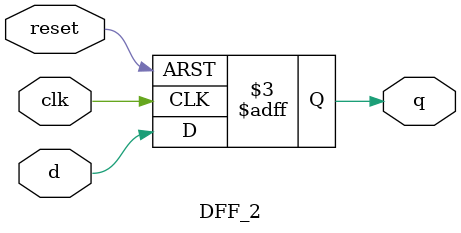
<source format=v>
`timescale 1ns / 1ps
module DFF_2( q, clk, d, reset );
input clk, d, reset;
output reg q;
always@(posedge clk, posedge reset)
begin
    if (reset==1)
   
        q <=1'b0;
       else 
        q<=d; 

    
  end 
endmodule

</source>
